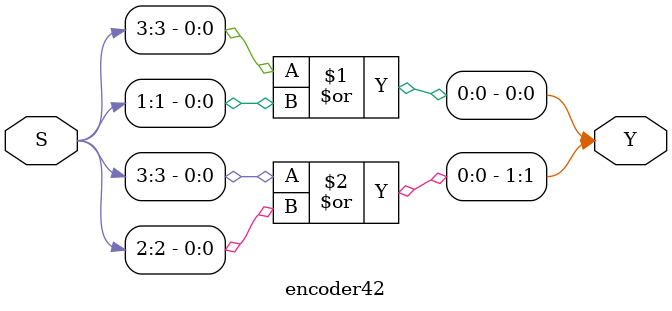
<source format=sv>
module encoder42 (
    input  logic [3:0] S,      // Entradas de fotoresistencias: S[3:0]
    output logic [1:0] Y       // Salida codificada: A de la ALU
);
    assign Y[0] = S[3] | S[1]; // Y0 = S3 + S1
    assign Y[1] = S[3] | S[2]; // Y1 = S3 + S2
endmodule
</source>
